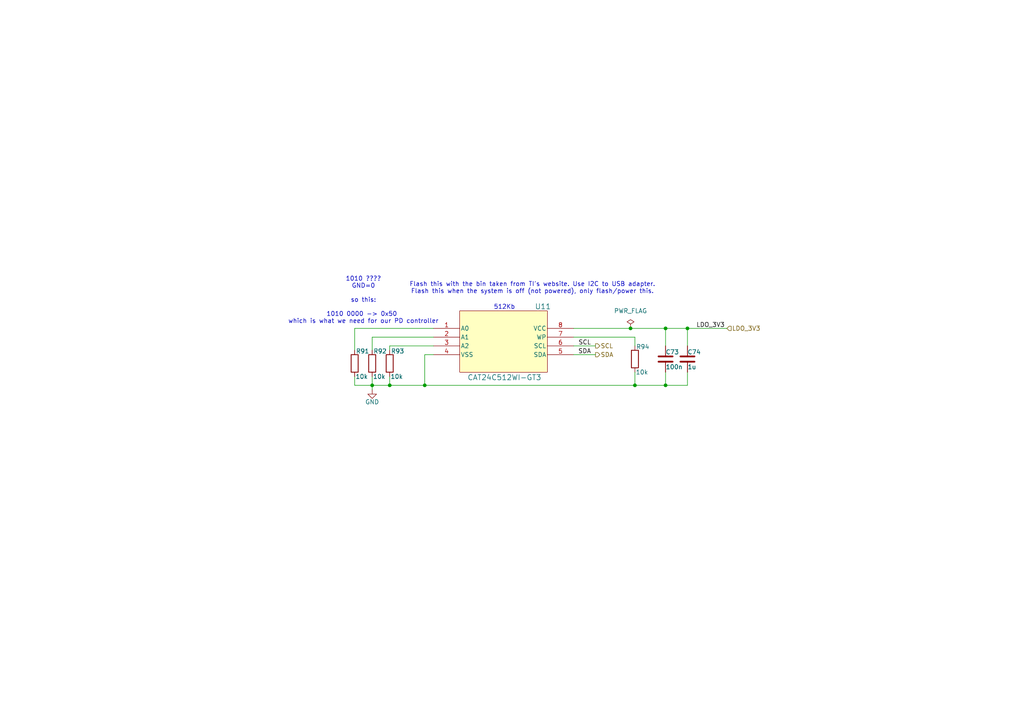
<source format=kicad_sch>
(kicad_sch (version 20250114) (generator "eeschema") (generator_version "9.0")
  (paper "A4")
  (lib_symbols
    (symbol "CAT24C512WI:CAT24C512WI-GT3" (pin_names (offset 0.254))
      (property "Reference" "U" (at 20.32 10.16 0))
      (property "Value" "CAT24C512WI-GT3" (at 20.32 7.62 0))
      (symbol "CAT24C512WI-GT3_0_1"
        (pin unspecified line (at 0 0 0) (length 7.62) (name "A0") (number "1"))
        (pin unspecified line (at 0 -2.54 0) (length 7.62) (name "A1") (number "2"))
        (pin unspecified line (at 0 -5.08 0) (length 7.62) (name "A2") (number "3"))
        (pin power_in line (at 0 -7.62 0) (length 7.62) (name "VSS") (number "4"))
        (pin power_in line (at 40.64 0 180) (length 7.62) (name "VCC") (number "8"))
        (pin unspecified line (at 40.64 -2.54 180) (length 7.62) (name "WP") (number "7"))
        (pin unspecified line (at 40.64 -5.08 180) (length 7.62) (name "SCL") (number "6"))
        (pin unspecified line (at 40.64 -7.62 180) (length 7.62) (name "SDA") (number "5"))
      )
      (symbol "CAT24C512WI-GT3_1_1"
        (rectangle (start 7.62 5.08) (end 33.02 -12.7) (fill (type background)))
      )
    )
    (symbol "Device:C" (pin_numbers (hide yes)) (pin_names (offset 0.254))
      (property "Reference" "C" (at 0.635 2.54 0))
      (property "Value" "C" (at 0.635 -2.54 0))
      (symbol "C_0_1"
        (polyline (pts (xy -2.032 0.762) (xy 2.032 0.762)) (stroke (width 0.508)))
        (polyline (pts (xy -2.032 -0.762) (xy 2.032 -0.762)) (stroke (width 0.508)))
      )
      (symbol "C_1_1"
        (pin passive line (at 0 3.81 270) (length 2.794) (name "~") (number "1"))
        (pin passive line (at 0 -3.81 90) (length 2.794) (name "~") (number "2"))
      )
    )
    (symbol "Device:R" (pin_numbers (hide yes)) (pin_names (offset 0))
      (property "Reference" "R" (at 2.032 0 90))
      (property "Value" "R" (at 0 0 90))
      (symbol "R_0_1"
        (rectangle (start -1.016 -2.54) (end 1.016 2.54) (stroke (width 0.254)))
      )
      (symbol "R_1_1"
        (pin passive line (at 0 3.81 270) (length 1.27) (name "~") (number "1"))
        (pin passive line (at 0 -3.81 90) (length 1.27) (name "~") (number "2"))
      )
    )
    (symbol "power:GND" (power) (pin_numbers (hide yes)) (pin_names (offset 0) (hide yes))
      (property "Value" "GND" (at 0 -3.81 0))
      (symbol "GND_0_1"
        (polyline (pts (xy 0 0) (xy 0 -1.27) (xy 1.27 -1.27) (xy 0 -2.54) (xy -1.27 -1.27) (xy 0 -1.27)))
      )
      (symbol "GND_1_1"
        (pin power_in line (at 0 0 270) (length 0) (name "~") (number "1"))
      )
    )
    (symbol "power:PWR_FLAG" (power) (pin_numbers (hide yes)) (pin_names (offset 0) (hide yes))
      (property "Value" "PWR_FLAG" (at 0 3.81 0))
      (symbol "PWR_FLAG_0_0"
        (pin power_out line (at 0 0 90) (length 0) (name "~") (number "1"))
      )
      (symbol "PWR_FLAG_0_1"
        (polyline (pts (xy 0 0) (xy 0 1.27) (xy -1.016 1.905) (xy 0 2.54) (xy 1.016 1.905) (xy 0 1.27)))
      )
    )
  )
  (text "1010 ????\nGND=0\n\nso this:\n\n1010 0000 -> 0x50 \nwhich is what we need for our PD controller" (at 105.41 87.122 0) (effects (font (size 1.27 1.27))))
  (text "512Kb" (at 146.304 89.154 0) (effects (font (size 1.27 1.27))))
  (text "Flash this with the bin taken from TI's website. Use I2C to USB adapter.\nFlash this when the system is off (not powered), only flash/power this." (at 154.432 83.566 0) (effects (font (size 1.27 1.27))))
  (junction (at 113.03 111.76))
  (junction (at 199.39 95.25))
  (junction (at 193.04 95.25))
  (junction (at 184.15 111.76))
  (junction (at 182.88 95.25))
  (junction (at 123.19 111.76))
  (junction (at 107.95 111.76))
  (junction (at 193.04 111.76))
  (wire (pts (xy 113.03 111.76) (xy 113.03 109.22)))
  (wire (pts (xy 123.19 111.76) (xy 113.03 111.76)))
  (wire (pts (xy 107.95 97.79) (xy 125.73 97.79)))
  (wire (pts (xy 193.04 95.25) (xy 199.39 95.25)))
  (wire (pts (xy 184.15 97.79) (xy 184.15 100.33)))
  (wire (pts (xy 107.95 101.6) (xy 107.95 97.79)))
  (wire (pts (xy 199.39 95.25) (xy 199.39 100.33)))
  (wire (pts (xy 113.03 100.33) (xy 125.73 100.33)))
  (wire (pts (xy 113.03 101.6) (xy 113.03 100.33)))
  (wire (pts (xy 102.87 95.25) (xy 102.87 101.6)))
  (wire (pts (xy 184.15 107.95) (xy 184.15 111.76)))
  (wire (pts (xy 184.15 111.76) (xy 193.04 111.76)))
  (wire (pts (xy 107.95 111.76) (xy 113.03 111.76)))
  (wire (pts (xy 166.37 95.25) (xy 182.88 95.25)))
  (wire (pts (xy 193.04 100.33) (xy 193.04 95.25)))
  (wire (pts (xy 102.87 109.22) (xy 102.87 111.76)))
  (wire (pts (xy 193.04 107.95) (xy 193.04 111.76)))
  (wire (pts (xy 166.37 100.33) (xy 172.72 100.33)))
  (wire (pts (xy 123.19 111.76) (xy 184.15 111.76)))
  (wire (pts (xy 193.04 111.76) (xy 199.39 111.76)))
  (wire (pts (xy 199.39 107.95) (xy 199.39 111.76)))
  (wire (pts (xy 182.88 95.25) (xy 193.04 95.25)))
  (wire (pts (xy 199.39 95.25) (xy 210.82 95.25)))
  (wire (pts (xy 102.87 111.76) (xy 107.95 111.76)))
  (wire (pts (xy 107.95 111.76) (xy 107.95 113.03)))
  (wire (pts (xy 125.73 95.25) (xy 102.87 95.25)))
  (wire (pts (xy 166.37 97.79) (xy 184.15 97.79)))
  (wire (pts (xy 166.37 102.87) (xy 172.72 102.87)))
  (wire (pts (xy 123.19 102.87) (xy 123.19 111.76)))
  (wire (pts (xy 107.95 109.22) (xy 107.95 111.76)))
  (wire (pts (xy 125.73 102.87) (xy 123.19 102.87)))
  (label "LDO_3V3" (at 201.93 95.25 0))
  (label "SCL" (at 171.45 100.33 180))
  (label "SDA" (at 171.45 102.87 180))
  (hierarchical_label "LDO_3V3" (shape input) (at 210.82 95.25 0))
  (hierarchical_label "SCL" (shape output) (at 172.72 100.33 0))
  (hierarchical_label "SDA" (shape output) (at 172.72 102.87 0))
  (symbol (lib_id "Device:R") (at 113.03 105.41 180) (unit 1)
    (property "Reference" "R93" (at 115.316 101.854 0))
    (property "Value" "10k" (at 115.062 109.22 0))
    (property "Description" "Resistor" (effects (hide yes)))
  )
  (symbol (lib_id "power:GND") (at 107.95 113.03 0) (unit 1)
    (property "Reference" "#PWR054" (effects (hide yes)))
    (property "Value" "GND" (at 109.982 116.586 0) (effects (justify right)))
    (property "Description" "Power symbol creates a global label with name \"GND\" , ground" (effects (hide yes)))
  )
  (symbol (lib_id "Device:R") (at 107.95 105.41 180) (unit 1)
    (property "Reference" "R92" (at 110.236 101.854 0))
    (property "Value" "10k" (at 109.982 109.22 0))
    (property "Description" "Resistor" (effects (hide yes)))
  )
  (symbol (lib_id "Device:C") (at 193.04 104.14 0) (unit 1)
    (property "Reference" "C73" (at 193.04 102.108 0) (effects (justify left)))
    (property "Value" "100n" (at 193.04 106.426 0) (effects (justify left)))
    (property "Description" "Unpolarized capacitor" (effects (hide yes)))
  )
  (symbol (lib_id "Device:R") (at 184.15 104.14 180) (unit 1)
    (property "Reference" "R94" (at 186.436 100.584 0))
    (property "Value" "10k" (at 186.182 107.95 0))
    (property "Description" "Resistor" (effects (hide yes)))
  )
  (symbol (lib_id "Device:R") (at 102.87 105.41 180) (unit 1)
    (property "Reference" "R91" (at 105.156 101.854 0))
    (property "Value" "10k" (at 104.902 109.22 0))
    (property "Description" "Resistor" (effects (hide yes)))
  )
  (symbol (lib_id "Device:C") (at 199.39 104.14 0) (unit 1)
    (property "Reference" "C74" (at 199.39 102.108 0) (effects (justify left)))
    (property "Value" "1u" (at 199.39 106.426 0) (effects (justify left)))
    (property "Description" "Unpolarized capacitor" (effects (hide yes)))
  )
  (symbol (lib_id "power:PWR_FLAG") (at 182.88 95.25 0) (unit 1)
    (property "Reference" "#FLG08" (effects (hide yes)))
    (property "Value" "PWR_FLAG" (at 182.88 90.17 0))
    (property "Description" "Special symbol for telling ERC where power comes from" (effects (hide yes)))
  )
  (symbol (lib_id "CAT24C512WI:CAT24C512WI-GT3") (at 125.73 95.25 0) (unit 1)
    (property "Reference" "U11" (at 157.48 88.9 0) (effects (font (size 1.524 1.524))))
    (property "Value" "CAT24C512WI-GT3" (at 146.304 109.474 0) (effects (font (size 1.524 1.524))))
    (property "Footprint" "SOIC8_ONS" (effects (hide yes)))
    (property "Datasheet" "CAT24C512WI-GT3" (effects (hide yes)))
  )
)
</source>
